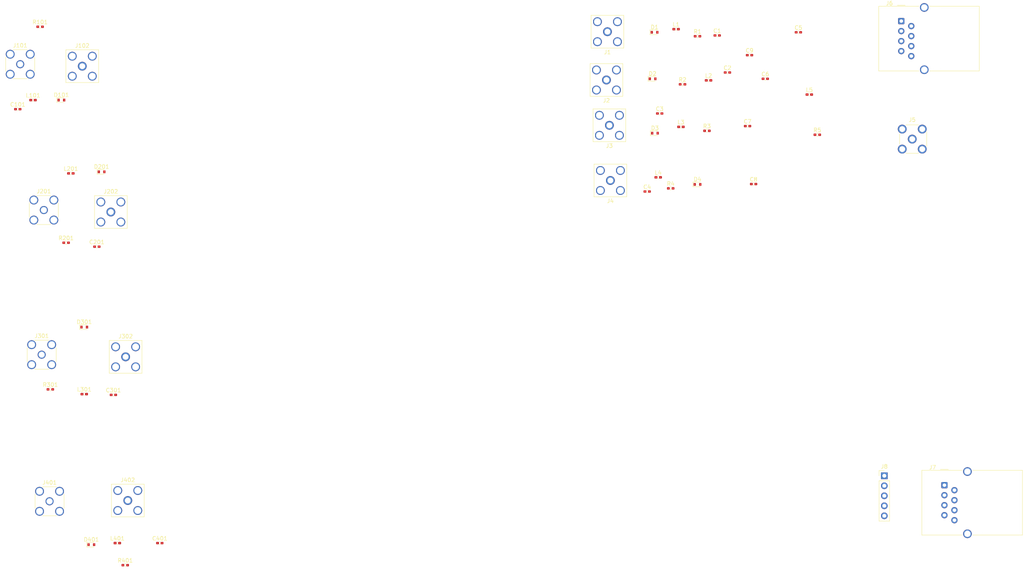
<source format=kicad_pcb>
(kicad_pcb (version 20211014) (generator pcbnew)
  (layers (0 "F.Cu" signal) (31 "B.Cu" signal) (34 "B.Paste" user) (35 "F.Paste" user) (36 "B.SilkS" user "B.Silkscreen") (37 "F.SilkS" user "F.Silkscreen") (38 "B.Mask" user) (39 "F.Mask" user) (44 "Edge.Cuts" user))
  (net 0 "")
  (net 1 "Net-(C1-Pad1)")
  (net 2 "/RF_COM")
  (net 3 "Net-(C2-Pad1)")
  (net 4 "Net-(C3-Pad1)")
  (net 5 "Net-(C4-Pad1)")
  (net 6 "Net-(C5-Pad1)")
  (net 7 "GND")
  (net 8 "Net-(C6-Pad1)")
  (net 9 "Net-(C7-Pad1)")
  (net 10 "Net-(C8-Pad1)")
  (net 11 "/RF_OUT")
  (net 12 "Net-(C101-Pad1)")
  (net 13 "Net-(C101-Pad2)")
  (net 14 "Net-(C201-Pad1)")
  (net 15 "Net-(C201-Pad2)")
  (net 16 "Net-(C301-Pad1)")
  (net 17 "Net-(C301-Pad2)")
  (net 18 "Net-(C401-Pad1)")
  (net 19 "Net-(C401-Pad2)")
  (net 20 "Net-(D1-Pad1)")
  (net 21 "Net-(D2-Pad1)")
  (net 22 "Net-(D3-Pad1)")
  (net 23 "Net-(D4-Pad1)")
  (net 24 "Net-(D101-Pad2)")
  (net 25 "Net-(D201-Pad2)")
  (net 26 "Net-(D301-Pad2)")
  (net 27 "Net-(D401-Pad2)")
  (net 28 "W_BIAS")
  (net 29 "S_BIAS")
  (net 30 "E_BIAS")
  (net 31 "N_BIAS")
  (net 32 "Net-(J7-Pad1)")
  (net 33 "Net-(J7-Pad2)")
  (net 34 "Net-(J7-Pad4)")
  (net 35 "Net-(J7-Pad6)")
  (net 36 "Net-(J7-Pad8)")
  (net 37 "Net-(J101-Pad2)")
  (net 38 "Net-(J201-Pad2)")
  (net 39 "Net-(J301-Pad2)")
  (net 40 "Net-(J401-Pad2)")
  (footprint "Diode_SMD:D_SOD-523" (layer "F.Cu") (at 183.7 27.4)
    (fp_text reference "D1" (at 0 -1.3) (layer "F.SilkS"))
    (fp_text value "D")
    (fp_line (start 0.7 -0.6) (end -1.15 -0.6) (layer "F.SilkS") (width 0.12))
    (fp_line (start 0.7 0.6) (end -1.15 0.6) (layer "F.SilkS") (width 0.12))
    (fp_line (start -1.15 -0.6) (end -1.15 0.6) (layer "F.SilkS") (width 0.12))
    (pad "1" smd rect (at -0.7 0 180) (size 0.6 0.7) (layers "F.Cu" "F.Paste" "F.Mask") (net 20 "Net-(D1-Pad1)"))
    (pad "2" smd rect (at 0.7 0 180) (size 0.6 0.7) (layers "F.Cu" "F.Paste" "F.Mask") (net 1 "Net-(C1-Pad1)"))
  )
  (footprint "Connector_Coaxial:SMA_Amphenol_132134_Vertical" (layer "F.Cu") (at 28.75 72.5)
    (fp_text reference "J201" (at 0 -4.75) (layer "F.SilkS"))
    (fp_text value "Conn_Coaxial")
    (fp_line (start -1.8 -3.68) (end 1.8 -3.68) (layer "F.SilkS") (width 0.12))
    (fp_line (start 3.68 -1.8) (end 3.68 1.8) (layer "F.SilkS") (width 0.12))
    (fp_line (start -3.68 -1.8) (end -3.68 1.8) (layer "F.SilkS") (width 0.12))
    (fp_line (start -1.8 3.68) (end 1.8 3.68) (layer "F.SilkS") (width 0.12))
    (pad "1" thru_hole circle (at 0 0) (size 2.05 2.05) (drill 1.5) (layers *.Cu *.Mask) (net 14 "Net-(C201-Pad1)"))
    (pad "2" thru_hole circle (at 2.54 2.54) (size 2.25 2.25) (drill 1.7) (layers *.Cu *.Mask) (net 38 "Net-(J201-Pad2)"))
    (pad "2" thru_hole circle (at -2.54 -2.54) (size 2.25 2.25) (drill 1.7) (layers *.Cu *.Mask) (net 38 "Net-(J201-Pad2)"))
    (pad "2" thru_hole circle (at 2.54 -2.54) (size 2.25 2.25) (drill 1.7) (layers *.Cu *.Mask) (net 38 "Net-(J201-Pad2)"))
    (pad "2" thru_hole circle (at -2.54 2.54) (size 2.25 2.25) (drill 1.7) (layers *.Cu *.Mask) (net 38 "Net-(J201-Pad2)"))
  )
  (footprint "Capacitor_SMD:C_0402_1005Metric_Pad0.74x0.62mm_HandSolder" (layer "F.Cu") (at 199.6 28.2)
    (fp_text reference "C1" (at 0 -1.16) (layer "F.SilkS"))
    (fp_text value "C")
    (fp_line (start -0.115835 0.36) (end 0.115835 0.36) (layer "F.SilkS") (width 0.12))
    (fp_line (start -0.115835 -0.36) (end 0.115835 -0.36) (layer "F.SilkS") (width 0.12))
    (pad "1" smd roundrect (at -0.5675 0) (size 0.735 0.62) (layers "F.Cu" "F.Paste" "F.Mask") (net 1 "Net-(C1-Pad1)"))
    (pad "2" smd roundrect (at 0.5675 0) (size 0.735 0.62) (layers "F.Cu" "F.Paste" "F.Mask") (net 2 "/RF_COM"))
  )
  (footprint "Capacitor_SMD:C_0402_1005Metric_Pad0.74x0.62mm_HandSolder" (layer "F.Cu") (at 207.3 51.2)
    (fp_text reference "C7" (at 0 -1.16) (layer "F.SilkS"))
    (fp_text value "C")
    (fp_line (start -0.115835 -0.36) (end 0.115835 -0.36) (layer "F.SilkS") (width 0.12))
    (fp_line (start -0.115835 0.36) (end 0.115835 0.36) (layer "F.SilkS") (width 0.12))
    (pad "1" smd roundrect (at -0.5675 0) (size 0.735 0.62) (layers "F.Cu" "F.Paste" "F.Mask") (net 9 "Net-(C7-Pad1)"))
    (pad "2" smd roundrect (at 0.5675 0) (size 0.735 0.62) (layers "F.Cu" "F.Paste" "F.Mask") (net 7 "GND"))
  )
  (footprint "Resistor_SMD:R_0402_1005Metric_Pad0.72x0.64mm_HandSolder" (layer "F.Cu") (at 27.8 26)
    (fp_text reference "R101" (at 0 -1.17) (layer "F.SilkS"))
    (fp_text value "R")
    (fp_line (start -0.167621 0.38) (end 0.167621 0.38) (layer "F.SilkS") (width 0.12))
    (fp_line (start -0.167621 -0.38) (end 0.167621 -0.38) (layer "F.SilkS") (width 0.12))
    (pad "1" smd roundrect (at -0.5975 0) (size 0.715 0.64) (layers "F.Cu" "F.Paste" "F.Mask") (net 12 "Net-(C101-Pad1)"))
    (pad "2" smd roundrect (at 0.5975 0) (size 0.715 0.64) (layers "F.Cu" "F.Paste" "F.Mask") (net 37 "Net-(J101-Pad2)"))
  )
  (footprint "Connector_RJ:RJ45_Wuerth_7499010001A_Horizontal" (layer "F.Cu") (at 246.3 24.555)
    (fp_text reference "J6" (at -3 -4.5) (layer "F.SilkS"))
    (fp_text value "RJ45_Shielded")
    (fp_line (start -5.72 -3.765) (end -5.72 12.655) (layer "F.SilkS") (width 0.12))
    (fp_line (start 7.21 12.655) (end 19.8 12.655) (layer "F.SilkS") (width 0.12))
    (fp_line (start 4.47 -3.765) (end -5.72 -3.765) (layer "F.SilkS") (width 0.12))
    (fp_line (start 19.8 12.655) (end 19.8 -3.765) (layer "F.SilkS") (width 0.12))
    (fp_line (start -1 -4) (end 1 -4) (layer "F.SilkS") (width 0.12))
    (fp_line (start -5.72 12.655) (end 4.47 12.655) (layer "F.SilkS") (width 0.12))
    (fp_line (start 19.8 -3.765) (end 7.21 -3.765) (layer "F.SilkS") (width 0.12))
    (pad "" np_thru_hole circle (at 8.89 -1.27 90) (size 3.25 3.25) (drill 3.25) (layers *.Cu *.Mask))
    (pad "" np_thru_hole circle (at 8.89 10.16 90) (size 3.25 3.25) (drill 3.25) (layers *.Cu *.Mask))
    (pad "1" thru_hole roundrect (at 0 0 90) (size 1.6 1.6) (drill 0.9) (layers *.Cu *.Mask) (roundrect_rratio 0.155) (net 7 "GND"))
    (pad "2" thru_hole circle (at 2.54 1.27 90) (size 1.6 1.6) (drill 0.9) (layers *.Cu *.Mask) (net 28 "W_BIAS"))
    (pad "3" thru_hole circle (at 0 2.54 90) (size 1.6 1.6) (drill 0.9) (layers *.Cu *.Mask) (net 7 "GND"))
    (pad "4" thru_hole circle (at 2.54 3.81 90) (size 1.6 1.6) (drill 0.9) (layers *.Cu *.Mask) (net 29 "S_BIAS"))
    (pad "5" thru_hole circle (at 0 5.08 90) (size 1.6 1.6) (drill 0.9) (layers *.Cu *.Mask) (net 7 "GND"))
    (pad "6" thru_hole circle (at 2.54 6.35 90) (size 1.6 1.6) (drill 0.9) (layers *.Cu *.Mask) (net 30 "E_BIAS"))
    (pad "7" thru_hole circle (at 0 7.62 90) (size 1.6 1.6) (drill 0.9) (layers *.Cu *.Mask) (net 7 "GND"))
    (pad "8" thru_hole circle (at 2.54 8.89 90) (size 1.6 1.6) (drill 0.9) (layers *.Cu *.Mask) (net 31 "N_BIAS"))
    (pad "SH" thru_hole circle (at 5.84 12.345 90) (size 2.2 2.2) (drill 1.6) (layers *.Cu *.Mask) (net 7 "GND"))
    (pad "SH" thru_hole circle (at 5.84 -3.455 90) (size 2.2 2.2) (drill 1.6) (layers *.Cu *.Mask) (net 7 "GND"))
  )
  (footprint "Capacitor_SMD:C_0402_1005Metric_Pad0.74x0.62mm_HandSolder" (layer "F.Cu") (at 181.8325 67.8)
    (fp_text reference "C4" (at 0 -1.16) (layer "F.SilkS"))
    (fp_text value "C")
    (fp_line (start -0.115835 -0.36) (end 0.115835 -0.36) (layer "F.SilkS") (width 0.12))
    (fp_line (start -0.115835 0.36) (end 0.115835 0.36) (layer "F.SilkS") (width 0.12))
    (pad "1" smd roundrect (at -0.5675 0) (size 0.735 0.62) (layers "F.Cu" "F.Paste" "F.Mask") (net 5 "Net-(C4-Pad1)"))
    (pad "2" smd roundrect (at 0.5675 0) (size 0.735 0.62) (layers "F.Cu" "F.Paste" "F.Mask") (net 2 "/RF_COM"))
  )
  (footprint "Connector_Coaxial:SMA_Amphenol_132203-12_Horizontal" (layer "F.Cu") (at 172.25 51 90)
    (fp_text reference "J3" (at -5.2 0) (layer "F.SilkS"))
    (fp_text value "Conn_Coaxial")
    (fp_line (start -4.15 -4.15) (end -4.15 4.15) (layer "F.SilkS") (width 0.12))
    (fp_line (start -4.15 -4.15) (end 4.15 -4.15) (layer "F.SilkS") (width 0.12))
    (fp_line (start -4.15 4.15) (end 4.15 4.15) (layer "F.SilkS") (width 0.12))
    (fp_line (start 4.15 -4.15) (end 4.15 4.15) (layer "F.SilkS") (width 0.12))
    (pad "1" thru_hole circle (at 0 0 90) (size 2.25 2.25) (drill 1.5) (layers *.Cu *.Mask) (net 22 "Net-(D3-Pad1)"))
    (pad "2" thru_hole circle (at 2.54 2.54 180) (size 2.25 2.25) (drill 1.7) (layers *.Cu *.Mask) (net 7 "GND"))
    (pad "2" thru_hole circle (at -2.54 -2.54 90) (size 2.25 2.25) (drill 1.7) (layers *.Cu *.Mask) (net 7 "GND"))
    (pad "2" thru_hole circle (at -2.54 2.54 90) (size 2.25 2.25) (drill 1.7) (layers *.Cu *.Mask) (net 7 "GND"))
    (pad "2" thru_hole circle (at 2.54 -2.54 90) (size 2.25 2.25) (drill 1.7) (layers *.Cu *.Mask) (net 7 "GND"))
  )
  (footprint "Inductor_SMD:L_0402_1005Metric_Pad0.77x0.64mm_HandSolder" (layer "F.Cu") (at 222.9725 43.2)
    (fp_text reference "L5" (at 0 -1.17) (layer "F.SilkS"))
    (fp_text value "L")
    (fp_line (start -0.1002 0.36) (end 0.1002 0.36) (layer "F.SilkS") (width 0.12))
    (fp_line (start -0.1002 -0.36) (end 0.1002 -0.36) (layer "F.SilkS") (width 0.12))
    (pad "1" smd roundrect (at -0.5725 0) (size 0.765 0.64) (layers "F.Cu" "F.Paste" "F.Mask") (net 2 "/RF_COM"))
    (pad "2" smd roundrect (at 0.5725 0) (size 0.765 0.64) (layers "F.Cu" "F.Paste" "F.Mask") (net 11 "/RF_OUT"))
  )
  (footprint "Inductor_SMD:L_0402_1005Metric_Pad0.77x0.64mm_HandSolder" (layer "F.Cu") (at 184.6275 64.2)
    (fp_text reference "L4" (at 0 -1.17) (layer "F.SilkS"))
    (fp_text value "L")
    (fp_line (start -0.1002 0.36) (end 0.1002 0.36) (layer "F.SilkS") (width 0.12))
    (fp_line (start -0.1002 -0.36) (end 0.1002 -0.36) (layer "F.SilkS") (width 0.12))
    (pad "1" smd roundrect (at -0.5725 0) (size 0.765 0.64) (layers "F.Cu" "F.Paste" "F.Mask") (net 5 "Net-(C4-Pad1)"))
    (pad "2" smd roundrect (at 0.5725 0) (size 0.765 0.64) (layers "F.Cu" "F.Paste" "F.Mask") (net 10 "Net-(C8-Pad1)"))
  )
  (footprint "Connector_Coaxial:SMA_Amphenol_132134_Vertical" (layer "F.Cu") (at 30.2 146.4)
    (fp_text reference "J401" (at 0 -4.75) (layer "F.SilkS"))
    (fp_text value "Conn_Coaxial")
    (fp_line (start 3.68 -1.8) (end 3.68 1.8) (layer "F.SilkS") (width 0.12))
    (fp_line (start -1.8 3.68) (end 1.8 3.68) (layer "F.SilkS") (width 0.12))
    (fp_line (start -3.68 -1.8) (end -3.68 1.8) (layer "F.SilkS") (width 0.12))
    (fp_line (start -1.8 -3.68) (end 1.8 -3.68) (layer "F.SilkS") (width 0.12))
    (pad "1" thru_hole circle (at 0 0) (size 2.05 2.05) (drill 1.5) (layers *.Cu *.Mask) (net 18 "Net-(C401-Pad1)"))
    (pad "2" thru_hole circle (at 2.54 2.54) (size 2.25 2.25) (drill 1.7) (layers *.Cu *.Mask) (net 40 "Net-(J401-Pad2)"))
    (pad "2" thru_hole circle (at -2.54 2.54) (size 2.25 2.25) (drill 1.7) (layers *.Cu *.Mask) (net 40 "Net-(J401-Pad2)"))
    (pad "2" thru_hole circle (at -2.54 -2.54) (size 2.25 2.25) (drill 1.7) (layers *.Cu *.Mask) (net 40 "Net-(J401-Pad2)"))
    (pad "2" thru_hole circle (at 2.54 -2.54) (size 2.25 2.25) (drill 1.7) (layers *.Cu *.Mask) (net 40 "Net-(J401-Pad2)"))
  )
  (footprint "Diode_SMD:D_SOD-523" (layer "F.Cu") (at 183.2 39.2)
    (fp_text reference "D2" (at 0 -1.3) (layer "F.SilkS"))
    (fp_text value "D")
    (fp_line (start -1.15 -0.6) (end -1.15 0.6) (layer "F.SilkS") (width 0.12))
    (fp_line (start 0.7 0.6) (end -1.15 0.6) (layer "F.SilkS") (width 0.12))
    (fp_line (start 0.7 -0.6) (end -1.15 -0.6) (layer "F.SilkS") (width 0.12))
    (pad "1" smd rect (at -0.7 0 180) (size 0.6 0.7) (layers "F.Cu" "F.Paste" "F.Mask") (net 21 "Net-(D2-Pad1)"))
    (pad "2" smd rect (at 0.7 0 180) (size 0.6 0.7) (layers "F.Cu" "F.Paste" "F.Mask") (net 3 "Net-(C2-Pad1)"))
  )
  (footprint "Inductor_SMD:L_0402_1005Metric_Pad0.77x0.64mm_HandSolder" (layer "F.Cu") (at 39 119.2)
    (fp_text reference "L301" (at 0 -1.17) (layer "F.SilkS"))
    (fp_text value "L")
    (fp_line (start -0.1002 0.36) (end 0.1002 0.36) (layer "F.SilkS") (width 0.12))
    (fp_line (start -0.1002 -0.36) (end 0.1002 -0.36) (layer "F.SilkS") (width 0.12))
    (pad "1" smd roundrect (at -0.5725 0) (size 0.765 0.64) (layers "F.Cu" "F.Paste" "F.Mask") (net 17 "Net-(C301-Pad2)"))
    (pad "2" smd roundrect (at 0.5725 0) (size 0.765 0.64) (layers "F.Cu" "F.Paste" "F.Mask") (net 39 "Net-(J301-Pad2)"))
  )
  (footprint "Inductor_SMD:L_0402_1005Metric_Pad0.77x0.64mm_HandSolder" (layer "F.Cu") (at 189.1725 26.6)
    (fp_text reference "L1" (at 0 -1.17) (layer "F.SilkS"))
    (fp_text value "L")
    (fp_line (start -0.1002 0.36) (end 0.1002 0.36) (layer "F.SilkS") (width 0.12))
    (fp_line (start -0.1002 -0.36) (end 0.1002 -0.36) (layer "F.SilkS") (width 0.12))
    (pad "1" smd roundrect (at -0.5725 0) (size 0.765 0.64) (layers "F.Cu" "F.Paste" "F.Mask") (net 1 "Net-(C1-Pad1)"))
    (pad "2" smd roundrect (at 0.5725 0) (size 0.765 0.64) (layers "F.Cu" "F.Paste" "F.Mask") (net 6 "Net-(C5-Pad1)"))
  )
  (footprint "Connector_Coaxial:SMA_Amphenol_132203-12_Horizontal" (layer "F.Cu") (at 38.5 36 -90)
    (fp_text reference "J102" (at -5.2 0) (layer "F.SilkS"))
    (fp_text value "Conn_Coaxial")
    (fp_line (start -4.15 4.15) (end 4.15 4.15) (layer "F.SilkS") (width 0.12))
    (fp_line (start 4.15 -4.15) (end 4.15 4.15) (layer "F.SilkS") (width 0.12))
    (fp_line (start -4.15 -4.15) (end 4.15 -4.15) (layer "F.SilkS") (width 0.12))
    (fp_line (start -4.15 -4.15) (end -4.15 4.15) (layer "F.SilkS") (width 0.12))
    (pad "1" thru_hole circle (at 0 0 270) (size 2.25 2.25) (drill 1.5) (layers *.Cu *.Mask) (net 24 "Net-(D101-Pad2)"))
    (pad "2" thru_hole circle (at 2.54 2.54) (size 2.25 2.25) (drill 1.7) (layers *.Cu *.Mask) (net 37 "Net-(J101-Pad2)"))
    (pad "2" thru_hole circle (at -2.54 2.54 270) (size 2.25 2.25) (drill 1.7) (layers *.Cu *.Mask) (net 37 "Net-(J101-Pad2)"))
    (pad "2" thru_hole circle (at 2.54 -2.54 270) (size 2.25 2.25) (drill 1.7) (layers *.Cu *.Mask) (net 37 "Net-(J101-Pad2)"))
    (pad "2" thru_hole circle (at -2.54 -2.54 270) (size 2.25 2.25) (drill 1.7) (layers *.Cu *.Mask) (net 37 "Net-(J101-Pad2)"))
  )
  (footprint "Inductor_SMD:L_0402_1005Metric_Pad0.77x0.64mm_HandSolder" (layer "F.Cu") (at 35.6 63.2)
    (fp_text reference "L201" (at 0 -1.17) (layer "F.SilkS"))
    (fp_text value "L")
    (fp_line (start -0.1002 0.36) (end 0.1002 0.36) (layer "F.SilkS") (width 0.12))
    (fp_line (start -0.1002 -0.36) (end 0.1002 -0.36) (layer "F.SilkS") (width 0.12))
    (pad "1" smd roundrect (at -0.5725 0) (size 0.765 0.64) (layers "F.Cu" "F.Paste" "F.Mask") (net 15 "Net-(C201-Pad2)"))
    (pad "2" smd roundrect (at 0.5725 0) (size 0.765 0.64) (layers "F.Cu" "F.Paste" "F.Mask") (net 38 "Net-(J201-Pad2)"))
  )
  (footprint "Resistor_SMD:R_0402_1005Metric_Pad0.72x0.64mm_HandSolder" (layer "F.Cu") (at 190.8 40.6)
    (fp_text reference "R2" (at 0 -1.17) (layer "F.SilkS"))
    (fp_text value "R")
    (fp_line (start -0.167621 0.38) (end 0.167621 0.38) (layer "F.SilkS") (width 0.12))
    (fp_line (start -0.167621 -0.38) (end 0.167621 -0.38) (layer "F.SilkS") (width 0.12))
    (pad "1" smd roundrect (at -0.5975 0) (size 0.715 0.64) (layers "F.Cu" "F.Paste" "F.Mask") (net 8 "Net-(C6-Pad1)"))
    (pad "2" smd roundrect (at 0.5975 0) (size 0.715 0.64) (layers "F.Cu" "F.Paste" "F.Mask") (net 30 "E_BIAS"))
  )
  (footprint "Diode_SMD:D_SOD-523" (layer "F.Cu") (at 40.8 157.4)
    (fp_text reference "D401" (at 0 -1.3) (layer "F.SilkS"))
    (fp_text value "D")
    (fp_line (start -1.15 -0.6) (end -1.15 0.6) (layer "F.SilkS") (width 0.12))
    (fp_line (start 0.7 -0.6) (end -1.15 -0.6) (layer "F.SilkS") (width 0.12))
    (fp_line (start 0.7 0.6) (end -1.15 0.6) (layer "F.SilkS") (width 0.12))
    (pad "1" smd rect (at -0.7 0 180) (size 0.6 0.7) (layers "F.Cu" "F.Paste" "F.Mask") (net 19 "Net-(C401-Pad2)"))
    (pad "2" smd rect (at 0.7 0 180) (size 0.6 0.7) (layers "F.Cu" "F.Paste" "F.Mask") (net 27 "Net-(D401-Pad2)"))
  )
  (footprint "Resistor_SMD:R_0402_1005Metric_Pad0.72x0.64mm_HandSolder" (layer "F.Cu") (at 194.6 28.4)
    (fp_text reference "R1" (at 0 -1.17) (layer "F.SilkS"))
    (fp_text value "R")
    (fp_line (start -0.167621 -0.38) (end 0.167621 -0.38) (layer "F.SilkS") (width 0.12))
    (fp_line (start -0.167621 0.38) (end 0.167621 0.38) (layer "F.SilkS") (width 0.12))
    (pad "1" smd roundrect (at -0.5975 0) (size 0.715 0.64) (layers "F.Cu" "F.Paste" "F.Mask") (net 6 "Net-(C5-Pad1)"))
    (pad "2" smd roundrect (at 0.5975 0) (size 0.715 0.64) (layers "F.Cu" "F.Paste" "F.Mask") (net 31 "N_BIAS"))
  )
  (footprint "Capacitor_SMD:C_0402_1005Metric_Pad0.74x0.62mm_HandSolder" (layer "F.Cu") (at 211.8 39.2)
    (fp_text reference "C6" (at 0 -1.16) (layer "F.SilkS"))
    (fp_text value "C")
    (fp_line (start -0.115835 0.36) (end 0.115835 0.36) (layer "F.SilkS") (width 0.12))
    (fp_line (start -0.115835 -0.36) (end 0.115835 -0.36) (layer "F.SilkS") (width 0.12))
    (pad "1" smd roundrect (at -0.5675 0) (size 0.735 0.62) (layers "F.Cu" "F.Paste" "F.Mask") (net 8 "Net-(C6-Pad1)"))
    (pad "2" smd roundrect (at 0.5675 0) (size 0.735 0.62) (layers "F.Cu" "F.Paste" "F.Mask") (net 7 "GND"))
  )
  (footprint "Capacitor_SMD:C_0402_1005Metric_Pad0.74x0.62mm_HandSolder" (layer "F.Cu") (at 220.2 27.4)
    (fp_text reference "C5" (at 0 -1.16) (layer "F.SilkS"))
    (fp_text value "C")
    (fp_line (start -0.115835 0.36) (end 0.115835 0.36) (layer "F.SilkS") (width 0.12))
    (fp_line (start -0.115835 -0.36) (end 0.115835 -0.36) (layer "F.SilkS") (width 0.12))
    (pad "1" smd roundrect (at -0.5675 0) (size 0.735 0.62) (layers "F.Cu" "F.Paste" "F.Mask") (net 6 "Net-(C5-Pad1)"))
    (pad "2" smd roundrect (at 0.5675 0) (size 0.735 0.62) (layers "F.Cu" "F.Paste" "F.Mask") (net 7 "GND"))
  )
  (footprint "Capacitor_SMD:C_0402_1005Metric_Pad0.74x0.62mm_HandSolder" (layer "F.Cu") (at 202.2 37.6)
    (fp_text reference "C2" (at 0 -1.16) (layer "F.SilkS"))
    (fp_text value "C")
    (fp_line (start -0.115835 0.36) (end 0.115835 0.36) (layer "F.SilkS") (width 0.12))
    (fp_line (start -0.115835 -0.36) (end 0.115835 -0.36) (layer "F.SilkS") (width 0.12))
    (pad "1" smd roundrect (at -0.5675 0) (size 0.735 0.62) (layers "F.Cu" "F.Paste" "F.Mask") (net 3 "Net-(C2-Pad1)"))
    (pad "2" smd roundrect (at 0.5675 0) (size 0.735 0.62) (layers "F.Cu" "F.Paste" "F.Mask") (net 2 "/RF_COM"))
  )
  (footprint "Capacitor_SMD:C_0402_1005Metric_Pad0.74x0.62mm_HandSolder" (layer "F.Cu") (at 42.2 81.8)
    (fp_text reference "C201" (at 0 -1.16) (layer "F.SilkS"))
    (fp_text value "C")
    (fp_line (start -0.115835 0.36) (end 0.115835 0.36) (layer "F.SilkS") (width 0.12))
    (fp_line (start -0.115835 -0.36) (end 0.115835 -0.36) (layer "F.SilkS") (width 0.12))
    (pad "1" smd roundrect (at -0.5675 0) (size 0.735 0.62) (layers "F.Cu" "F.Paste" "F.Mask") (net 14 "Net-(C201-Pad1)"))
    (pad "2" smd roundrect (at 0.5675 0) (size 0.735 0.62) (layers "F.Cu" "F.Paste" "F.Mask") (net 15 "Net-(C201-Pad2)"))
  )
  (footprint "Connector_Coaxial:SMA_Amphenol_132203-12_Horizontal" (layer "F.Cu") (at 49.5 109.75 -90)
    (fp_text reference "J302" (at -5.2 0) (layer "F.SilkS"))
    (fp_text value "Conn_Coaxial")
    (fp_line (start 4.15 -4.15) (end 4.15 4.15) (layer "F.SilkS") (width 0.12))
    (fp_line (start -4.15 4.15) (end 4.15 4.15) (layer "F.SilkS") (width 0.12))
    (fp_line (start -4.15 -4.15) (end -4.15 4.15) (layer "F.SilkS") (width 0.12))
    (fp_line (start -4.15 -4.15) (end 4.15 -4.15) (layer "F.SilkS") (width 0.12))
    (pad "1" thru_hole circle (at 0 0 270) (size 2.25 2.25) (drill 1.5) (layers *.Cu *.Mask) (net 26 "Net-(D301-Pad2)"))
    (pad "2" thru_hole circle (at 2.54 2.54) (size 2.25 2.25) (drill 1.7) (layers *.Cu *.Mask) (net 39 "Net-(J301-Pad2)"))
    (pad "2" thru_hole circle (at -2.54 2.54 270) (size 2.25 2.25) (drill 1.7) (layers *.Cu *.Mask) (net 39 "Net-(J301-Pad2)"))
    (pad "2" thru_hole circle (at 2.54 -2.54 270) (size 2.25 2.25) (drill 1.7) (layers *.Cu *.Mask) (net 39 "Net-(J301-Pad2)"))
    (pad "2" thru_hole circle (at -2.54 -2.54 270) (size 2.25 2.25) (drill 1.7) (layers *.Cu *.Mask) (net 39 "Net-(J301-Pad2)"))
  )
  (footprint "Diode_SMD:D_SOD-523" (layer "F.Cu") (at 43.4 62.8)
    (fp_text reference "D201" (at 0 -1.3) (layer "F.SilkS"))
    (fp_text value "D")
    (fp_line (start 0.7 0.6) (end -1.15 0.6) (layer "F.SilkS") (width 0.12))
    (fp_line (start 0.7 -0.6) (end -1.15 -0.6) (layer "F.SilkS") (width 0.12))
    (fp_line (start -1.15 -0.6) (end -1.15 0.6) (layer "F.SilkS") (width 0.12))
    (pad "1" smd rect (at -0.7 0 180) (size 0.6 0.7) (layers "F.Cu" "F.Paste" "F.Mask") (net 15 "Net-(C201-Pad2)"))
    (pad "2" smd rect (at 0.7 0 180) (size 0.6 0.7) (layers "F.Cu" "F.Paste" "F.Mask") (net 25 "Net-(D201-Pad2)"))
  )
  (footprint "Diode_SMD:D_SOD-523" (layer "F.Cu") (at 194.6 66)
    (fp_text reference "D4" (at 0 -1.3) (layer "F.SilkS"))
    (fp_text value "D")
    (fp_line (start 0.7 -0.6) (end -1.15 -0.6) (layer "F.SilkS") (width 0.12))
    (fp_line (start -1.15 -0.6) (end -1.15 0.6) (layer "F.SilkS") (width 0.12))
    (fp_line (start 0.7 0.6) (end -1.15 0.6) (layer "F.SilkS") (width 0.12))
    (pad "1" smd rect (at -0.7 0 180) (size 0.6 0.7) (layers "F.Cu" "F.Paste" "F.Mask") (net 23 "Net-(D4-Pad1)"))
    (pad "2" smd rect (at 0.7 0 180) (size 0.6 0.7) (layers "F.Cu" "F.Paste" "F.Mask") (net 5 "Net-(C4-Pad1)"))
  )
  (footprint "Capacitor_SMD:C_0402_1005Metric_Pad0.74x0.62mm_HandSolder" (layer "F.Cu") (at 22.1325 46.9)
    (fp_text reference "C101" (at 0 -1.16) (layer "F.SilkS"))
    (fp_text value "C")
    (fp_line (start -0.115835 -0.36) (end 0.115835 -0.36) (layer "F.SilkS") (width 0.12))
    (fp_line (start -0.115835 0.36) (end 0.115835 0.36) (layer "F.SilkS") (width 0.12))
    (pad "1" smd roundrect (at -0.5675 0) (size 0.735 0.62) (layers "F.Cu" "F.Paste" "F.Mask") (net 12 "Net-(C101-Pad1)"))
    (pad "2" smd roundrect (at 0.5675 0) (size 0.735 0.62) (layers "F.Cu" "F.Paste" "F.Mask") (net 13 "Net-(C101-Pad2)"))
  )
  (footprint "Capacitor_SMD:C_0402_1005Metric_Pad0.74x0.62mm_HandSolder" (layer "F.Cu") (at 208.8325 65.9)
    (fp_text reference "C8" (at 0 -1.16) (layer "F.SilkS"))
    (fp_text value "C")
    (fp_line (start -0.115835 -0.36) (end 0.115835 -0.36) (layer "F.SilkS") (width 0.12))
    (fp_line (start -0.115835 0.36) (end 0.115835 0.36) (layer "F.SilkS") (width 0.12))
    (pad "1" smd roundrect (at -0.5675 0) (size 0.735 0.62) (layers "F.Cu" "F.Paste" "F.Mask") (net 10 "Net-(C8-Pad1)"))
    (pad "2" smd roundrect (at 0.5675 0) (size 0.735 0.62) (layers "F.Cu" "F.Paste" "F.Mask") (net 7 "GND"))
  )
  (footprint "Diode_SMD:D_SOD-523" (layer "F.Cu") (at 39 102.2)
    (fp_text reference "D301" (at 0 -1.3) (layer "F.SilkS"))
    (fp_text value "D")
    (fp_line (start -1.15 -0.6) (end -1.15 0.6) (layer "F.SilkS") (width 0.12))
    (fp_line (start 0.7 -0.6) (end -1.15 -0.6) (layer "F.SilkS") (width 0.12))
    (fp_line (start 0.7 0.6) (end -1.15 0.6) (layer "F.SilkS") (width 0.12))
    (pad "1" smd rect (at -0.7 0 180) (size 0.6 0.7) (layers "F.Cu" "F.Paste" "F.Mask") (net 17 "Net-(C301-Pad2)"))
    (pad "2" smd rect (at 0.7 0 180) (size 0.6 0.7) (layers "F.Cu" "F.Paste" "F.Mask") (net 26 "Net-(D301-Pad2)"))
  )
  (footprint "Connector_Coaxial:SMA_Amphenol_132203-12_Horizontal" (layer "F.Cu") (at 172.5 65 90)
    (fp_text reference "J4" (at -5.2 0) (layer "F.SilkS"))
    (fp_text value "Conn_Coaxial")
    (fp_line (start 4.15 -4.15) (end 4.15 4.15) (layer "F.SilkS") (width 0.12))
    (fp_line (start -4.15 4.15) (end 4.15 4.15) (layer "F.SilkS") (width 0.12))
    (fp_line (start -4.15 -4.15) (end 4.15 -4.15) (layer "F.SilkS") (width 0.12))
    (fp_line (start -4.15 -4.15) (end -4.15 4.15) (layer "F.SilkS") (width 0.12))
    (pad "1" thru_hole circle (at 0 0 90) (size 2.25 2.25) (drill 1.5) (layers *.Cu *.Mask) (net 23 "Net-(D4-Pad1)"))
    (pad "2" thru_hole circle (at -2.54 -2.54 90) (size 2.25 2.25) (drill 1.7) (layers *.Cu *.Mask) (net 7 "GND"))
    (pad "2" thru_hole circle (at -2.54 2.54 90) (size 2.25 2.25) (drill 1.7) (layers *.Cu *.Mask) (net 7 "GND"))
    (pad "2" thru_hole circle (at 2.54 2.54 180) (size 2.25 2.25) (drill 1.7) (layers *.Cu *.Mask) (net 7 "GND"))
    (pad "2" thru_hole circle (at 2.54 -2.54 90) (size 2.25 2.25) (drill 1.7) (layers *.Cu *.Mask) (net 7 "GND"))
  )
  (footprint "Resistor_SMD:R_0402_1005Metric_Pad0.72x0.64mm_HandSolder" (layer "F.Cu") (at 49.4 162.6)
    (fp_text reference "R401" (at 0 -1.17) (layer "F.SilkS"))
    (fp_text value "R")
    (fp_line (start -0.167621 -0.38) (end 0.167621 -0.38) (layer "F.SilkS") (width 0.12))
    (fp_line (start -0.167621 0.38) (end 0.167621 0.38) (layer "F.SilkS") (width 0.12))
    (pad "1" smd roundrect (at -0.5975 0) (size 0.715 0.64) (layers "F.Cu" "F.Paste" "F.Mask") (net 18 "Net-(C401-Pad1)"))
    (pad "2" smd roundrect (at 0.5975 0) (size 0.715 0.64) (layers "F.Cu" "F.Paste" "F.Mask") (net 40 "Net-(J401-Pad2)"))
  )
  (footprint "Capacitor_SMD:C_0402_1005Metric_Pad0.74x0.62mm_HandSolder" (layer "F.Cu") (at 185 48)
    (fp_text reference "C3" (at 0 -1.16) (layer "F.SilkS"))
    (fp_text value "C")
    (fp_line (start -0.115835 -0.36) (end 0.115835 -0.36) (layer "F.SilkS") (width 0.12))
    (fp_line (start -0.115835 0.36) (end 0.115835 0.36) (layer "F.SilkS") (width 0.12))
    (pad "1" smd roundrect (at -0.5675 0) (size 0.735 0.62) (layers "F.Cu" "F.Paste" "F.Mask") (net 4 "Net-(C3-Pad1)"))
    (pad "2" smd roundrect (at 0.5675 0) (size 0.735 0.62) (layers "F.Cu" "F.Paste" "F.Mask") (net 2 "/RF_COM"))
  )
  (footprint "Connector_PinHeader_2.54mm:PinHeader_1x05_P2.54mm_Vertical" (layer "F.Cu") (at 242 139.925)
    (fp_text reference "J8" (at 0 -2.33) (layer "F.SilkS"))
    (fp_text value "Conn_01x05_Male")
    (fp_line (start -1.33 1.27) (end 1.33 1.27) (layer "F.SilkS") (width 0.12))
    (fp_line (start 1.33 1.27) (end 1.33 11.49) (layer "F.SilkS") (width 0.12))
    (fp_line (start -1.33 0) (end -1.33 -1.33) (layer "F.SilkS") (width 0.12))
    (fp_line (start -1.33 1.27) (end -1.33 11.49) (layer "F.SilkS") (width 0.12))
    (fp_line (start -1.33 -1.33) (end 0 -1.33) (layer "F.SilkS") (width 0.12))
    (fp_line (start -1.33 11.49) (end 1.33 11.49) (layer "F.SilkS") (width 0.12))
    (pad "1" thru_hole rect (at 0 0) (size 1.7 1.7) (drill 1) (layers *.Cu *.Mask) (net 36 "Net-(J7-Pad8)"))
    (pad "2" thru_hole oval (at 0 2.54) (size 1.7 1.7) (drill 1) (layers *.Cu *.Mask) (net 35 "Net-(J7-Pad6)"))
    (pad "3" thru_hole oval (at 0 5.08) (size 1.7 1.7) (drill 1) (layers *.Cu *.Mask) (net 34 "Net-(J7-Pad4)"))
    (pad "4" thru_hole oval (at 0 7.62) (size 1.7 1.7) (drill 1) (layers *.Cu *.Mask) (net 33 "Net-(J7-Pad2)"))
    (pad "5" thru_hole oval (at 0 10.16) (size 1.7 1.7) (drill 1) (layers *.Cu *.Mask) (net 32 "Net-(J7-Pad1)"))
  )
  (footprint "Inductor_SMD:L_0402_1005Metric_Pad0.77x0.64mm_HandSolder" (layer "F.Cu") (at 190.4 51.4)
    (fp_text reference "L3" (at 0 -1.17) (layer "F.SilkS"))
    (fp_text value "L")
    (fp_line (start -0.1002 -0.36) (end 0.1002 -0.36) (layer "F.SilkS") (width 0.12))
    (fp_line (start -0.1002 0.36) (end 0.1002 0.36) (layer "F.SilkS") (width 0.12))
    (pad "1" smd roundrect (at -0.5725 0) (size 0.765 0.64) (layers "F.Cu" "F.Paste" "F.Mask") (net 4 "Net-(C3-Pad1)"))
    (pad "2" smd roundrect (at 0.5725 0) (size 0.765 0.64) (layers "F.Cu" "F.Paste" "F.Mask") (net 9 "Net-(C7-Pad1)"))
  )
  (footprint "Connector_RJ:RJ45_Wuerth_7499010001A_Horizontal" (layer "F.Cu") (at 257.25 142.305)
    (fp_text reference "J7" (at -3 -4.5) (layer "F.SilkS"))
    (fp_text value "RJ45_Shielded")
    (fp_line (start 19.8 -3.765) (end 7.21 -3.765) (layer "F.SilkS") (width 0.12))
    (fp_line (start 19.8 12.655) (end 19.8 -3.765) (layer "F.SilkS") (width 0.12))
    (fp_line (start -1 -4) (end 1 -4) (layer "F.SilkS") (width 0.12))
    (fp_line (start 7.21 12.655) (end 19.8 12.655) (layer "F.SilkS") (width 0.12))
    (fp_line (start -5.72 12.655) (end 4.47 12.655) (layer "F.SilkS") (width 0.12))
    (fp_line (start -5.72 -3.765) (end -5.72 12.655) (layer "F.SilkS") (width 0.12))
    (fp_line (start 4.47 -3.765) (end -5.72 -3.765) (layer "F.SilkS") (width 0.12))
    (pad "" np_thru_hole circle (at 8.89 -1.27 90) (size 3.25 3.25) (drill 3.25) (layers *.Cu *.Mask))
    (pad "" np_thru_hole circle (at 8.89 10.16 90) (size 3.25 3.25) (drill 3.25) (layers *.Cu *.Mask))
    (pad "1" thru_hole roundrect (at 0 0 90) (size 1.6 1.6) (drill 0.9) (layers *.Cu *.Mask) (roundrect_rratio 0.155) (net 32 "Net-(J7-Pad1)"))
    (pad "2" thru_hole circle (at 2.54 1.27 90) (size 1.6 1.6) (drill 0.9) (layers *.Cu *.Mask) (net 33 "Net-(J7-Pad2)"))
    (pad "3" thru_hole circle (at 0 2.54 90) (size 1.6 1.6) (drill 0.9) (layers *.Cu *.Mask) (net 32 "Net-(J7-Pad1)"))
    (pad "4" thru_hole circle (at 2.54 3.81 90) (size 1.6 1.6) (drill 0.9) (layers *.Cu *.Mask) (net 34 "Net-(J7-Pad4)"))
    (pad "5" thru_hole circle (at 0 5.08 90) (size 1.6 1.6) (drill 0.9) (layers *.Cu *.Mask) (net 32 "Net-(J7-Pad1)"))
    (pad "6" thru_hole circle (at 2.54 6.35 90) (size 1.6 1.6) (drill 0.9) (layers *.Cu *.Mask) (net 35 "Net-(J7-Pad6)"))
    (pad "7" thru_hole circle (at 0 7.62 90) (size 1.6 1.6) (drill 0.9) (layers *.Cu *.Mask) (net 32 "Net-(J7-Pad1)"))
    (pad "8" thru_hole circle (at 2.54 8.89 90) (size 1.6 1.6) (drill 0.9) (layers *.Cu *.Mask) (net 36 "Net-(J7-Pad8)"))
    (pad "SH" thru_hole circle (at 5.84 -3.455 90) (size 2.2 2.2) (drill 1.6) (layers *.Cu *.Mask) (net 32 "Net-(J7-Pad1)"))
    (pad "SH" thru_hole circle (at 5.84 12.345 90) (size 2.2 2.2) (drill 1.6) (layers *.Cu *.Mask) (net 32 "Net-(J7-Pad1)"))
  )
  (footprint "Capacitor_SMD:C_0402_1005Metric_Pad0.74x0.62mm_HandSolder" (layer "F.Cu") (at 207.8 33.2)
    (fp_text reference "C9" (at 0 -1.16) (layer "F.SilkS"))
    (fp_text value "C")
    (fp_line (start -0.115835 -0.36) (end 0.115835 -0.36) (layer "F.SilkS") (width 0.12))
    (fp_line (start -0.115835 0.36) (end 0.115835 0.36) (layer "F.SilkS") (width 0.12))
    (pad "1" smd roundrect (at -0.5675 0) (size 0.735 0.62) (layers "F.Cu" "F.Paste" "F.Mask") (net 11 "/RF_OUT"))
    (pad "2" smd roundrect (at 0.5675 0) (size 0.735 0.62) (layers "F.Cu" "F.Paste" "F.Mask") (net 7 "GND"))
  )
  (footprint "Connector_Coaxial:SMA_Amphenol_132203-12_Horizontal" (layer "F.Cu") (at 50.05 146.2 -90)
    (fp_text reference "J402" (at -5.2 0) (layer "F.SilkS"))
    (fp_text value "Conn_Coaxial")
    (fp_line (start -4.15 4.15) (end 4.15 4.15) (layer "F.SilkS") (width 0.12))
    (fp_line (start 4.15 -4.15) (end 4.15 4.15) (layer "F.SilkS") (width 0.12))
    (fp_line (start -4.15 -4.15) (end 4.15 -4.15) (layer "F.SilkS") (width 0.12))
    (fp_line (start -4.15 -4.15) (end -4.15 4.15) (layer "F.SilkS") (width 0.12))
    (pad "1" thru_hole circle (at 0 0 270) (size 2.25 2.25) (drill 1.5) (layers *.Cu *.Mask) (net 27 "Net-(D401-Pad2)"))
    (pad "2" thru_hole circle (at 2.54 2.54) (size 2.25 2.25) (drill 1.7) (layers *.Cu *.Mask) (net 40 "Net-(J401-Pad2)"))
    (pad "2" thru_hole circle (at -2.54 -2.54 270) (size 2.25 2.25) (drill 1.7) (layers *.Cu *.Mask) (net 40 "Net-(J401-Pad2)"))
    (pad "2" thru_hole circle (at 2.54 -2.54 270) (size 2.25 2.25) (drill 1.7) (layers *.Cu *.Mask) (net 40 "Net-(J401-Pad2)"))
    (pad "2" thru_hole circle (at -2.54 2.54 270) (size 2.25 2.25) (drill 1.7) (layers *.Cu *.Mask) (net 40 "Net-(J401-Pad2)"))
  )
  (footprint "Connector_Coaxial:SMA_Amphenol_132203-12_Horizontal" (layer "F.Cu") (at 45.75 73 -90)
    (fp_text reference "J202" (at -5.2 0) (layer "F.SilkS"))
    (fp_text value "Conn_Coaxial")
    (fp_line (start 4.15 -4.15) (end 4.15 4.15) (layer "F.SilkS") (width 0.12))
    (fp_line (start -4.15 -4.15) (end 4.15 -4.15) (layer "F.SilkS") (width 0.12))
    (fp_line (start -4.15 4.15) (end 4.15 4.15) (layer "F.SilkS") (width 0.12))
    (fp_line (start -4.15 -4.15) (end -4.15 4.15) (layer "F.SilkS") (width 0.12))
    (pad "1" thru_hole circle (at 0 0 270) (size 2.25 2.25) (drill 1.5) (layers *.Cu *.Mask) (net 25 "Net-(D201-Pad2)"))
    (pad "2" thru_hole circle (at 2.54 2.54) (size 2.25 2.25) (drill 1.7) (layers *.Cu *.Mask) (net 38 "Net-(J201-Pad2)"))
    (pad "2" thru_hole circle (at -2.54 2.54 270) (size 2.25 2.25) (drill 1.7) (layers *.Cu *.Mask) (net 38 "Net-(J201-Pad2)"))
    (pad "2" thru_hole circle (at -2.54 -2.54 270) (size 2.25 2.25) (drill 1.7) (layers *.Cu *.Mask) (net 38 "Net-(J201-Pad2)"))
    (pad "2" thru_hole circle (at 2.54 -2.54 270) (size 2.25 2.25) (drill 1.7) (layers *.Cu *.Mask) (net 38 "Net-(J201-Pad2)"))
  )
  (footprint "Inductor_SMD:L_0402_1005Metric_Pad0.77x0.64mm_HandSolder" (layer "F.Cu") (at 47.4 157)
    (fp_text reference "L401" (at 0 -1.17) (layer "F.SilkS"))
    (fp_text value "L")
    (fp_line (start -0.1002 -0.36) (end 0.1002 -0.36) (layer "F.SilkS") (width 0.12))
    (fp_line (start -0.1002 0.36) (end 0.1002 0.36) (layer "F.SilkS") (width 0.12))
    (pad "1" smd roundrect (at -0.5725 0) (size 0.765 0.64) (layers "F.Cu" "F.Paste" "F.Mask") (net 19 "Net-(C401-Pad2)"))
    (pad "2" smd roundrect (at 0.5725 0) (size 0.765 0.64) (layers "F.Cu" "F.Paste" "F.Mask") (net 40 "Net-(J401-Pad2)"))
  )
  (footprint "Resistor_SMD:R_0402_1005Metric_Pad0.72x0.64mm_HandSolder" (layer "F.Cu") (at 225 53.4)
    (fp_text reference "R5" (at 0 -1.17) (layer "F.SilkS"))
    (fp_text value "R")
    (fp_line (start -0.167621 0.38) (end 0.167621 0.38) (layer "F.SilkS") (width 0.12))
    (fp_line (start -0.167621 -0.38) (end 0.167621 -0.38) (layer "F.SilkS") (width 0.12))
    (pad "1" smd roundrect (at -0.5975 0) (size 0.715 0.64) (layers "F.Cu" "F.Paste" "F.Mask") (net 11 "/RF_OUT"))
    (pad "2" smd roundrect (at 0.5975 0) (size 0.715 0.64) (layers "F.Cu" "F.Paste" "F.Mask") (net 7 "GND"))
  )
  (footprint "Connector_Coaxial:SMA_Amphenol_132134_Vertical" (layer "F.Cu") (at 28.2 109.2)
    (fp_text reference "J301" (at 0 -4.75) (layer "F.SilkS"))
    (fp_text value "Conn_Coaxial")
    (fp_line (start -1.8 3.68) (end 1.8 3.68) (layer "F.SilkS") (width 0.12))
    (fp_line (start -1.8 -3.68) (end 1.8 -3.68) (layer "F.SilkS") (width 0.12))
    (fp_line (start -3.68 -1.8) (end -3.68 1.8) (layer "F.SilkS") (width 0.12))
    (fp_line (start 3.68 -1.8) (end 3.68 1.8) (layer "F.SilkS") (width 0.12))
    (pad "1" thru_hole circle (at 0 0) (size 2.05 2.05) (drill 1.5) (layers *.Cu *.Mask) (net 16 "Net-(C301-Pad1)"))
    (pad "2" thru_hole circle (at 2.54 -2.54) (size 2.25 2.25) (drill 1.7) (layers *.Cu *.Mask) (net 39 "Net-(J301-Pad2)"))
    (pad "2" thru_hole circle (at 2.54 2.54) (size 2.25 2.25) (drill 1.7) (layers *.Cu *.Mask) (net 39 "Net-(J301-Pad2)"))
    (pad "2" thru_hole circle (at -2.54 -2.54) (size 2.25 2.25) (drill 1.7) (layers *.Cu *.Mask) (net 39 "Net-(J301-Pad2)"))
    (pad "2" thru_hole circle (at -2.54 2.54) (size 2.25 2.25) (drill 1.7) (layers *.Cu *.Mask) (net 39 "Net-(J301-Pad2)"))
  )
  (footprint "Diode_SMD:D_SOD-523" (layer "F.Cu") (at 33.2 44.6)
    (fp_text reference "D101" (at 0 -1.3) (layer "F.SilkS"))
    (fp_text value "D")
    (fp_line (start -1.15 -0.6) (end -1.15 0.6) (layer "F.SilkS") (width 0.12))
    (fp_line (start 0.7 -0.6) (end -1.15 -0.6) (layer "F.SilkS") (width 0.12))
    (fp_line (start 0.7 0.6) (end -1.15 0.6) (layer "F.SilkS") (width 0.12))
    (pad "1" smd rect (at -0.7 0 180) (size 0.6 0.7) (layers "F.Cu" "F.Paste" "F.Mask") (net 13 "Net-(C101-Pad2)"))
    (pad "2" smd rect (at 0.7 0 180) (size 0.6 0.7) (layers "F.Cu" "F.Paste" "F.Mask") (net 24 "Net-(D101-Pad2)"))
  )
  (footprint "Connector_Coaxial:SMA_Molex_73251-2200_Horizontal" (layer "F.Cu") (at 249.08 54.5 -90)
    (fp_text reference "J5" (at -4.9 0) (layer "F.SilkS"))
    (fp_text value "Conn_Coaxial")
    (fp_line (start -3.6 -1.6) (end -3.6 1.6) (layer "F.SilkS") (width 0.12))
    (fp_line (start 3.6 -1.6) (end 3.6 1.6) (layer "F.SilkS") (width 0.12))
    (fp_line (start -1.3 3.2) (end 1.3 3.2) (layer "F.SilkS") (width 0.12))
    (fp_line (start -1.8 -3.68) (end 1.8 -3.68) (layer "F.SilkS") (width 0.12))
    (pad "1" thru_hole circle (at 0 0 270) (size 2.25 2.25) (drill 1.5) (layers *.Cu *.Mask) (net 11 "/RF_OUT"))
    (pad "2" thru_hole circle (at -2.54 -2.54 270) (size 2.25 2.25) (drill 1.5) (layers *.Cu *.Mask) (net 7 "GND"))
    (pad "2" thru_hole circle (at -2.54 2.54 270) (size 2.25 2.25) (drill 1.5) (layers *.Cu *.Mask) (net 7 "GND"))
    (pad "2" thru_hole circle (at 2.54 -2.54 270) (size 2.25 2.25) (drill 1.5) (layers *.Cu *.Mask) (net 7 "GND"))
    (pad "2" thru_hole circle (at 2.54 2.54) (size 2.25 2.25) (drill 1.5) (layers *.Cu *.Mask) (net 7 "GND"))
  )
  (footprint "Connector_Coaxial:SMA_Amphenol_132203-12_Horizontal" (layer "F.Cu") (at 171.5 39.5 90)
    (fp_text reference "J2" (at -5.2 0) (layer "F.SilkS"))
    (fp_text value "Conn_Coaxial")
    (fp_line (start -4.15 -4.15) (end -4.15 4.15) (layer "F.SilkS") (width 0.12))
    (fp_line (start -4.15 4.15) (end 4.15 4.15) (layer "F.SilkS") (width 0.12))
    (fp_line (start 4.15 -4.15) (end 4.15 4.15) (layer "F.SilkS") (width 0.12))
    (fp_line (start -4.15 -4.15) (end 4.15 -4.15) (layer "F.SilkS") (width 0.12))
    (pad "1" thru_hole circle (at 0 0 90) (size 2.25 2.25) (drill 1.5) (layers *.Cu *.Mask) (net 21 "Net-(D2-Pad1)"))
    (pad "2" thru_hole circle (at 2.54 -2.54 90) (size 2.25 2.25) (drill 1.7) (layers *.Cu *.Mask) (net 7 "GND"))
    (pad "2" thru_hole circle (at 2.54 2.54 180) (size 2.25 2.25) (drill 1.7) (layers *.Cu *.Mask) (net 7 "GND"))
    (pad "2" thru_hole circle (at -2.54 -2.54 90) (size 2.25 2.25) (drill 1.7) (layers *.Cu *.Mask) (net 7 "GND"))
    (pad "2" thru_hole circle (at -2.54 2.54 90) (size 2.25 2.25) (drill 1.7) (layers *.Cu *.Mask) (net 7 "GND"))
  )
  (footprint "Connector_Coaxial:SMA_Amphenol_132134_Vertical" (layer "F.Cu") (at 22.75 35.5)
    (fp_text reference "J101" (at 0 -4.75) (layer "F.SilkS"))
    (fp_text value "Conn_Coaxial")
    (fp_line (start -1.8 3.68) (end 1.8 3.68) (layer "F.SilkS") (width 0.12))
    (fp_line (start 3.68 -1.8) (end 3.68 1.8) (layer "F.SilkS") (width 0.12))
    (fp_line (start -3.68 -1.8) (end -3.68 1.8) (layer "F.SilkS") (width 0.12))
    (fp_line (start -1.8 -3.68) (end 1.8 -3.68) (layer "F.SilkS") (width 0.12))
    (pad "1" thru_hole circle (at 0 0) (size 2.05 2.05) (drill 1.5) (layers *.Cu *.Mask) (net 12 "Net-(C101-Pad1)"))
    (pad "2" thru_hole circle (at 2.54 2.54) (size 2.25 2.25) (drill 1.7) (layers *.Cu *.Mask) (net 37 "Net-(J101-Pad2)"))
    (pad "2" thru_hole circle (at -2.54 2.54) (size 2.25 2.25) (drill 1.7) (layers *.Cu *.Mask) (net 37 "Net-(J101-Pad2)"))
    (pad "2" thru_hole circle (at 2.54 -2.54) (size 2.25 2.25) (drill 1.7) (layers *.Cu *.Mask) (net 37 "Net-(J101-Pad2)"))
    (pad "2" thru_hole circle (at -2.54 -2.54) (size 2.25 2.25) (drill 1.7) (layers *.Cu *.Mask) (net 37 "Net-(J101-Pad2)"))
  )
  (footprint "Inductor_SMD:L_0402_1005Metric_Pad0.77x0.64mm_HandSolder" (layer "F.Cu") (at 26 44.6)
    (fp_text reference "L101" (at 0 -1.17) (layer "F.SilkS"))
    (fp_text value "L")
    (fp_line (start -0.1002 -0.36) (end 0.1002 -0.36) (layer "F.SilkS") (width 0.12))
    (fp_line (start -0.1002 0.36) (end 0.1002 0.36) (layer "F.SilkS") (width 0.12))
    (pad "1" smd roundrect (at -0.5725 0) (size 0.765 0.64) (layers "F.Cu" "F.Paste" "F.Mask") (net 13 "Net-(C101-Pad2)"))
    (pad "2" smd roundrect (at 0.5725 0) (size 0.765 0.64) (layers "F.Cu" "F.Paste" "F.Mask") (net 37 "Net-(J101-Pad2)"))
  )
  (footprint "Capacitor_SMD:C_0402_1005Metric_Pad0.74x0.62mm_HandSolder" (layer "F.Cu") (at 46.4 119.4)
    (fp_text reference "C301" (at 0 -1.16) (layer "F.SilkS"))
    (fp_text value "C")
    (fp_line (start -0.115835 0.36) (end 0.115835 0.36) (layer "F.SilkS") (width 0.12))
    (fp_line (start -0.115835 -0.36) (end 0.115835 -0.36) (layer "F.SilkS") (width 0.12))
    (pad "1" smd roundrect (at -0.5675 0) (size 0.735 0.62) (layers "F.Cu" "F.Paste" "F.Mask") (net 16 "Net-(C301-Pad1)"))
    (pad "2" smd roundrect (at 0.5675 0) (size 0.735 0.62) (layers "F.Cu" "F.Paste" "F.Mask") (net 17 "Net-(C301-Pad2)"))
  )
  (footprint "Resistor_SMD:R_0402_1005Metric_Pad0.72x0.64mm_HandSolder" (layer "F.Cu") (at 197 52.4)
    (fp_text reference "R3" (at 0 -1.17) (layer "F.SilkS"))
    (fp_text value "R")
    (fp_line (start -0.167621 -0.38) (end 0.167621 -0.38) (layer "F.SilkS") (width 0.12))
    (fp_line (start -0.167621 0.38) (end 0.167621 0.38) (layer "F.SilkS") (width 0.12))
    (pad "1" smd roundrect (at -0.5975 0) (size 0.715 0.64) (layers "F.Cu" "F.Paste" "F.Mask") (net 9 "Net-(C7-Pad1)"))
    (pad "2" smd roundrect (at 0.5975 0) (size 0.715 0.64) (layers "F.Cu" "F.Paste" "F.Mask") (net 29 "S_BIAS"))
  )
  (footprint "Resistor_SMD:R_0402_1005Metric_Pad0.72x0.64mm_HandSolder" (layer "F.Cu") (at 187.8 67)
    (fp_text reference "R4" (at 0 -1.17) (layer "F.SilkS"))
    (fp_text value "R")
    (fp_line (start -0.167621 0.38) (end 0.167621 0.38) (layer "F.SilkS") (width 0.12))
    (fp_line (start -0.167621 -0.38) (end 0.167621 -0.38) (layer "F.SilkS") (width 0.12))
    (pad "1" smd roundrect (at -0.5975 0) (size 0.715 0.64) (layers "F.Cu" "F.Paste" "F.Mask") (net 10 "Net-(C8-Pad1)"))
    (pad "2" smd roundrect (at 0.5975 0) (size 0.715 0.64) (layers "F.Cu" "F.Paste" "F.Mask") (net 28 "W_BIAS"))
  )
  (footprint "Inductor_SMD:L_0402_1005Metric_Pad0.77x0.64mm_HandSolder" (layer "F.Cu") (at 197.4 39.6)
    (fp_text reference "L2" (at 0 -1.17) (layer "F.SilkS"))
    (fp_text value "L")
    (fp_line (start -0.1002 -0.36) (end 0.1002 -0.36) (layer "F.SilkS") (width 0.12))
    (fp_line (start -0.1002 0.36) (end 0.1002 0.36) (layer "F.SilkS") (width 0.12))
    (pad "1" smd roundrect (at -0.5725 0) (size 0.765 0.64) (layers "F.Cu" "F.Paste" "F.Mask") (net 3 "Net-(C2-Pad1)"))
    (pad "2" smd roundrect (at 0.5725 0) (size 0.765 0.64) (layers "F.Cu" "F.Paste" "F.Mask") (net 8 "Net-(C6-Pad1)"))
  )
  (footprint "Resistor_SMD:R_0402_1005Metric_Pad0.72x0.64mm_HandSolder" (layer "F.Cu") (at 30.4 118)
    (fp_text reference "R301" (at 0 -1.17) (layer "F.SilkS"))
    (fp_text value "R")
    (fp_line (start -0.167621 0.38) (end 0.167621 0.38) (layer "F.SilkS") (width 0.12))
    (fp_line (start -0.167621 -0.38) (end 0.167621 -0.38) (layer "F.SilkS") (width 0.12))
    (pad "1" smd roundrect (at -0.5975 0) (size 0.715 0.64) (layers "F.Cu" "F.Paste" "F.Mask") (net 16 "Net-(C301-Pad1)"))
    (pad "2" smd roundrect (at 0.5975 0) (size 0.715 0.64) (layers "F.Cu" "F.Paste" "F.Mask") (net 39 "Net-(J301-Pad2)"))
  )
  (footprint "Connector_Coaxial:SMA_Amphenol_132203-12_Horizontal" (layer "F.Cu") (at 171.75 27.25 90)
    (fp_text reference "J1" (at -5.2 0) (layer "F.SilkS"))
    (fp_text value "Conn_Coaxial")
    (fp_line (start -4.15 -4.15) (end -4.15 4.15) (layer "F.SilkS") (width 0.12))
    (fp_line (start -4.15 4.15) (end 4.15 4.15) (layer "F.SilkS") (width 0.12))
    (fp_line (start -4.15 -4.15) (end 4.15 -4.15) (layer "F.SilkS") (width 0.12))
    (fp_line (start 4.15 -4.15) (end 4.15 4.15) (layer "F.SilkS") (width 0.12))
    (pad "1" thru_hole circle (at 0 0 90) (size 2.25 2.25) (drill 1.5) (layers *.Cu *.Mask) (net 20 "Net-(D1-Pad1)"))
    (pad "2" thru_hole circle (at -2.54 2.54 90) (size 2.25 2.25) (drill 1.7) (layers *.Cu *.Mask) (net 7 "GND"))
    (pad "2" thru_hole circle (at -2.54 -2.54 90) (size 2.25 2.25) (drill 1.7) (layers *.Cu *.Mask) (net 7 "GND"))
    (pad "2" thru_hole circle (at 2.54 2.54 180) (size 2.25 2.25) (drill 1.7) (layers *.Cu *.Mask) (net 7 "GND"))
    (pad "2" thru_hole circle (at 2.54 -2.54 90) (size 2.25 2.25) (drill 1.7) (layers *.Cu *.Mask) (net 7 "GND"))
  )
  (footprint "Diode_SMD:D_SOD-523" (layer "F.Cu") (at 183.8 53)
    (fp_text reference "D3" (at 0 -1.3) (layer "F.SilkS"))
    (fp_text value "D")
    (fp_line (start -1.15 -0.6) (end -1.15 0.6) (layer "F.SilkS") (width 0.12))
    (fp_line (start 0.7 0.6) (end -1.15 0.6) (layer "F.SilkS") (width 0.12))
    (fp_line (start 0.7 -0.6) (end -1.15 -0.6) (layer "F.SilkS") (width 0.12))
    (pad "1" smd rect (at -0.7 0 180) (size 0.6 0.7) (layers "F.Cu" "F.Paste" "F.Mask") (net 22 "Net-(D3-Pad1)"))
    (pad "2" smd rect (at 0.7 0 180) (size 0.6 0.7) (layers "F.Cu" "F.Paste" "F.Mask") (net 4 "Net-(C3-Pad1)"))
  )
  (footprint "Resistor_SMD:R_0402_1005Metric_Pad0.72x0.64mm_HandSolder" (layer "F.Cu") (at 34.4 80.8)
    (fp_text reference "R201" (at 0 -1.17) (layer "F.SilkS"))
    (fp_text value "R")
    (fp_line (start -0.167621 0.38) (end 0.167621 0.38) (layer "F.SilkS") (width 0.12))
    (fp_line (start -0.167621 -0.38) (end 0.167621 -0.38) (layer "F.SilkS") (width 0.12))
    (pad "1" smd roundrect (at -0.5975 0) (size 0.715 0.64) (layers "F.Cu" "F.Paste" "F.Mask") (net 14 "Net-(C201-Pad1)"))
    (pad "2" smd roundrect (at 0.5975 0) (size 0.715 0.64) (layers "F.Cu" "F.Paste" "F.Mask") (net 38 "Net-(J201-Pad2)"))
  )
  (footprint "Capacitor_SMD:C_0402_1005Metric_Pad0.74x0.62mm_HandSolder" (layer "F.Cu") (at 58.1675 157)
    (fp_text reference "C401" (at 0 -1.16) (layer "F.SilkS"))
    (fp_text value "C")
    (fp_line (start -0.115835 -0.36) (end 0.115835 -0.36) (layer "F.SilkS") (width 0.12))
    (fp_line (start -0.115835 0.36) (end 0.115835 0.36) (layer "F.SilkS") (width 0.12))
    (pad "1" smd roundrect (at -0.5675 0) (size 0.735 0.62) (layers "F.Cu" "F.Paste" "F.Mask") (net 18 "Net-(C401-Pad1)"))
    (pad "2" smd roundrect (at 0.5675 0) (size 0.735 0.62) (layers "F.Cu" "F.Paste" "F.Mask") (net 19 "Net-(C401-Pad2)"))
  )
)
</source>
